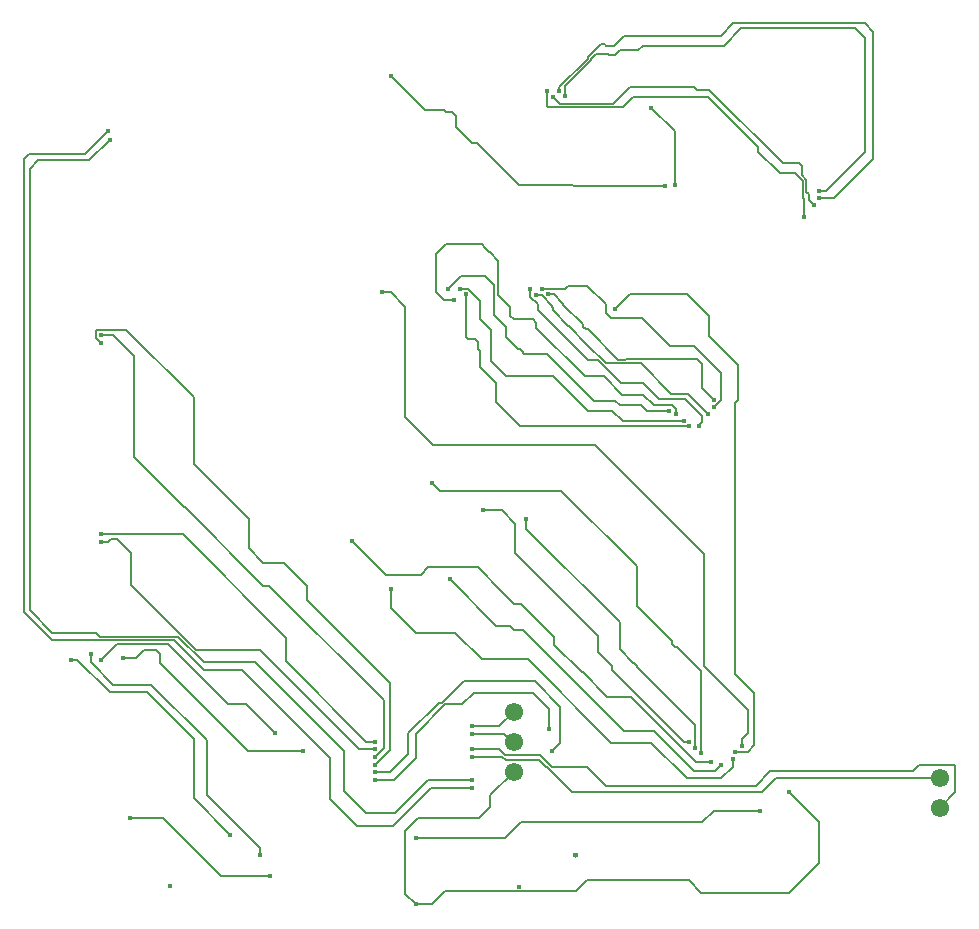
<source format=gbr>
G04*
G04 #@! TF.GenerationSoftware,Altium Limited,Altium Designer,24.2.2 (26)*
G04*
G04 Layer_Physical_Order=3*
G04 Layer_Color=16440176*
%FSLAX25Y25*%
%MOIN*%
G70*
G04*
G04 #@! TF.SameCoordinates,83FD6BF8-7FB9-4712-9294-79CC625926FD*
G04*
G04*
G04 #@! TF.FilePolarity,Positive*
G04*
G01*
G75*
%ADD11C,0.00600*%
%ADD144C,0.00500*%
%ADD148C,0.01500*%
%ADD151C,0.00550*%
%ADD157C,0.06102*%
%ADD165C,0.01600*%
D11*
X274267Y-279450D02*
X278964Y-284147D01*
X247866Y-247865D02*
X274267Y-274267D01*
Y-279450D02*
Y-274267D01*
X246915Y-246928D02*
Y-246915D01*
X246717Y-246716D02*
X246915Y-246915D01*
X246717Y-246716D02*
Y-236784D01*
X246915Y-246928D02*
X247853Y-247865D01*
X247866D01*
X162693Y-257440D02*
X164762D01*
X202946Y-311618D02*
Y-295625D01*
X164762Y-257440D02*
X202946Y-295625D01*
X246324Y-272263D02*
X249314D01*
X240454Y-270866D02*
X245036D01*
X253192Y-276142D02*
X253387D01*
X283146Y-305901D01*
X245387Y-271326D02*
X246324Y-272263D01*
X245036Y-270866D02*
X245387Y-271218D01*
X249314Y-272263D02*
X253192Y-276142D01*
X283146Y-305901D02*
X292948D01*
X245387Y-271326D02*
Y-271218D01*
X246377Y-263669D02*
X248667D01*
X268939Y-286410D02*
X269313D01*
X277392Y-294488D01*
X259671Y-277142D02*
X268939Y-286410D01*
X259671Y-277142D02*
Y-274673D01*
X248667Y-263669D02*
X259671Y-274673D01*
X234321Y-251418D02*
X242458Y-259555D01*
Y-259750D02*
Y-259555D01*
Y-259750D02*
X246377Y-263669D01*
X277392Y-294488D02*
X285205D01*
X217601Y-251418D02*
X234321D01*
X287393Y-284592D02*
X306619Y-303819D01*
X286455Y-283210D02*
X287393Y-284147D01*
X286010Y-283210D02*
X286455D01*
X306619Y-311649D02*
Y-303819D01*
X287393Y-284592D02*
Y-284147D01*
X281543Y-278743D02*
X286010Y-283210D01*
X281543Y-278743D02*
Y-269692D01*
X236009Y-232320D02*
X242253D01*
X246717Y-236784D01*
X278964Y-285630D02*
X303040Y-309707D01*
X278964Y-285630D02*
Y-284147D01*
X303040Y-309707D02*
X304749D01*
X299845Y-277785D02*
X300651D01*
X298907Y-276848D02*
X299845Y-277785D01*
X300651D02*
X308704Y-285838D01*
X287205Y-264339D02*
Y-253999D01*
X287184Y-252652D02*
X287205Y-252631D01*
Y-264339D02*
X298907Y-276042D01*
Y-276848D02*
Y-276042D01*
X308704Y-313179D02*
Y-285838D01*
X287205Y-252631D02*
Y-251021D01*
X287184Y-253978D02*
X287205Y-253999D01*
X287184Y-253978D02*
Y-252652D01*
X273317Y-210630D02*
X309712Y-247024D01*
Y-284363D02*
X324317Y-298969D01*
X309712Y-284363D02*
Y-247024D01*
X320008Y-286823D02*
Y-196532D01*
X320866Y-195675D01*
X320008Y-286823D02*
X326378Y-293192D01*
X320866Y-195675D02*
Y-183791D01*
X311398Y-174323D02*
X320866Y-183791D01*
X269264Y-171127D02*
X270201Y-172064D01*
X270907D01*
X262770Y-163927D02*
X269264Y-170421D01*
X281061Y-182218D02*
X283269D01*
X270907Y-172064D02*
X281061Y-182218D01*
X269264Y-171127D02*
Y-170421D01*
X262770Y-163927D02*
Y-163432D01*
X259705Y-160367D02*
X262770Y-163432D01*
X259191Y-165760D02*
X264440Y-171009D01*
X264671D01*
X270797Y-177135D01*
Y-177192D02*
Y-177135D01*
Y-177192D02*
X276923Y-183318D01*
X288537D01*
X249302Y-179853D02*
X249654Y-180205D01*
X257288D01*
X243570Y-174433D02*
X247742Y-178605D01*
X248365D02*
X249302Y-179542D01*
X247742Y-178605D02*
X248365D01*
X243570Y-174433D02*
Y-171296D01*
X249302Y-179853D02*
Y-179542D01*
X230273Y-174520D02*
X231118Y-175365D01*
X233242D01*
X234179Y-178565D02*
Y-176302D01*
Y-178565D02*
X234937Y-179323D01*
X233242Y-175365D02*
X234179Y-176302D01*
X230273Y-174520D02*
Y-160291D01*
X234937Y-184649D02*
Y-179323D01*
X259047Y-164467D02*
Y-164119D01*
Y-164467D02*
X259191Y-164611D01*
Y-165760D02*
Y-164611D01*
X255533Y-160604D02*
X259047Y-164119D01*
X253818Y-160604D02*
X255533D01*
X251792Y-161123D02*
Y-158682D01*
Y-161123D02*
X254343Y-163674D01*
Y-165608D02*
Y-163674D01*
Y-165608D02*
X270953Y-182218D01*
X239501Y-167226D02*
Y-157189D01*
X236599Y-154287D02*
X239501Y-157189D01*
Y-167226D02*
X243570Y-171296D01*
X271970Y-82053D02*
X273826Y-80197D01*
X271970Y-82280D02*
Y-82053D01*
X263290Y-90960D02*
X271970Y-82280D01*
X273826Y-80197D02*
X277573D01*
X263290Y-94367D02*
Y-90960D01*
X226908Y-104594D02*
Y-100908D01*
X225581Y-99581D02*
X226908Y-100908D01*
X223111Y-99014D02*
X223678Y-99581D01*
X233991Y-109894D02*
X247872Y-123775D01*
X232208Y-109894D02*
X233991D01*
X226908Y-104594D02*
X232208Y-109894D01*
X247872Y-123775D02*
X265615D01*
X216512Y-99014D02*
X223111D01*
X223678Y-99581D02*
X225581D01*
X238303Y-146425D02*
X240980Y-149102D01*
X238036Y-146425D02*
X238303D01*
X223622Y-143701D02*
X235556D01*
X236703Y-144848D01*
Y-145092D02*
X238036Y-146425D01*
X240980Y-160440D02*
Y-149102D01*
X236703Y-145092D02*
Y-144848D01*
X232485Y-306914D02*
X242895D01*
X245568Y-309586D02*
X246193D01*
X242895Y-306914D02*
X245568Y-309586D01*
X232496Y-304344D02*
X241436D01*
X246193Y-299586D01*
X309063Y-336408D02*
X313016Y-332455D01*
X328230D01*
X248515Y-336408D02*
X309063D01*
X243436Y-341488D02*
X248515Y-336408D01*
X213563Y-341488D02*
X243436D01*
X193903Y-337591D02*
X206015D01*
X185001Y-328690D02*
X193903Y-337591D01*
X206015D02*
X218791Y-324816D01*
X84646Y-113566D02*
X103413D01*
X111106Y-105873D01*
X83071Y-115141D02*
X84646Y-113566D01*
X83071Y-266142D02*
Y-115141D01*
Y-266142D02*
X92493Y-275563D01*
X133157D01*
X143026Y-285433D01*
X155670D01*
X185001Y-314764D01*
Y-328690D02*
Y-314764D01*
X218791Y-324816D02*
X232496D01*
X111103Y-243017D02*
X112059Y-242060D01*
X108785Y-243017D02*
X111103D01*
X112059Y-242060D02*
X114106D01*
X118783Y-246737D01*
Y-257321D02*
Y-246737D01*
Y-257321D02*
X140308Y-278847D01*
X161602D01*
X194798Y-312043D01*
X199962D01*
X108627Y-240311D02*
X135899D01*
X170385Y-274798D01*
Y-282760D02*
Y-274798D01*
Y-282760D02*
X197109Y-309484D01*
X199962D01*
X107027Y-174903D02*
Y-172248D01*
Y-174903D02*
X108785Y-176661D01*
X107027Y-172248D02*
X107076Y-172199D01*
X117133D01*
X139645Y-194711D01*
Y-216869D02*
Y-194711D01*
Y-216869D02*
X157914Y-235137D01*
Y-245046D02*
Y-235137D01*
Y-245046D02*
X162779Y-249911D01*
X169625D01*
X177284Y-257570D01*
Y-262132D02*
Y-257570D01*
X204967Y-312156D02*
Y-289814D01*
X177284Y-262132D02*
X204967Y-289814D01*
X199962Y-317161D02*
X204967Y-312156D01*
X108627Y-173905D02*
X112646D01*
X119658Y-180918D01*
Y-214538D02*
Y-180918D01*
X136440Y-231320D02*
X136574D01*
X162693Y-257440D01*
X119658Y-214538D02*
X136440Y-231320D01*
X199962Y-314602D02*
X202946Y-311618D01*
X266225Y-124385D02*
X296750D01*
X265615Y-123775D02*
X266225Y-124385D01*
X240980Y-160440D02*
X245036Y-164496D01*
X270087Y-187698D02*
X276360D01*
X253818Y-171430D02*
X270087Y-187698D01*
X253818Y-171430D02*
Y-169805D01*
X246215Y-168626D02*
X252639D01*
X245036Y-167447D02*
X246215Y-168626D01*
X252639D02*
X253818Y-169805D01*
X245036Y-167447D02*
Y-164496D01*
X280156Y-195972D02*
X281543Y-197360D01*
X273056Y-195972D02*
X280156D01*
X257288Y-180205D02*
X273056Y-195972D01*
X290521Y-199231D02*
X297910D01*
X288649Y-197360D02*
X290521Y-199231D01*
X281543Y-197360D02*
X288649D01*
X292885D02*
X299077D01*
X289294Y-193768D02*
X292885Y-197360D01*
X282429Y-193768D02*
X289294D01*
X276360Y-187698D02*
X282429Y-193768D01*
X289308Y-189894D02*
X294669Y-195256D01*
X274267Y-182218D02*
X281944Y-189894D01*
X270953Y-182218D02*
X274267D01*
X281944Y-189894D02*
X289308D01*
X298655Y-193436D02*
X304317D01*
X288537Y-183318D02*
X298655Y-193436D01*
X282594Y-202737D02*
X303013D01*
X270864Y-199231D02*
X279088D01*
X282594Y-202737D01*
X259191Y-187559D02*
X270864Y-199231D01*
X243570Y-187559D02*
X259191D01*
X238514Y-182502D02*
Y-172335D01*
Y-182502D02*
X243570Y-187559D01*
X234937Y-168759D02*
X238514Y-172335D01*
X228355Y-158606D02*
X230851D01*
X234937Y-162692D01*
Y-168759D02*
Y-162692D01*
X248395Y-204337D02*
X304710D01*
X240379Y-196321D02*
X248395Y-204337D01*
X240379Y-196321D02*
Y-190091D01*
X234937Y-184649D02*
X240379Y-190091D01*
X205222Y-159763D02*
X209916Y-164457D01*
X219421Y-210630D02*
X273317D01*
X209916Y-201125D02*
X219421Y-210630D01*
X209916Y-201125D02*
Y-164457D01*
X283269Y-182218D02*
X283598Y-181890D01*
X307480D01*
X257705Y-160367D02*
X259705D01*
X298307Y-177722D02*
X306462D01*
X255786Y-158682D02*
X263197D01*
X288938Y-168353D02*
X298307Y-177722D01*
X278606Y-168353D02*
X288938D01*
X276866Y-166613D02*
Y-163674D01*
Y-166613D02*
X278606Y-168353D01*
X270639Y-157447D02*
X276866Y-163674D01*
X264432Y-157447D02*
X270639D01*
X263197Y-158682D02*
X264432Y-157447D01*
X306462Y-177722D02*
X315354Y-186614D01*
X304064Y-160291D02*
X311398Y-167625D01*
X285064Y-160291D02*
X304064D01*
X311398Y-174323D02*
Y-167625D01*
X280156Y-165199D02*
X285064Y-160291D01*
X289184Y-77479D02*
X316326D01*
X348141Y-125862D02*
X350353D01*
X363264Y-112950D02*
Y-74803D01*
X350353Y-125862D02*
X363264Y-112950D01*
X360115Y-71653D02*
X363264Y-74803D01*
X322152Y-71653D02*
X360115D01*
X316326Y-77479D02*
X322152Y-71653D01*
X283029Y-74098D02*
X315199D01*
X348128Y-128335D02*
X353102D01*
X366142Y-115296D01*
Y-72835D01*
X363264Y-69957D02*
X366142Y-72835D01*
X319339Y-69957D02*
X363264D01*
X315199Y-74098D02*
X319339Y-69957D01*
X311377Y-92131D02*
X335868Y-116622D01*
X279422Y-96836D02*
X285132Y-91126D01*
X335868Y-116622D02*
X341318D01*
X307480Y-92131D02*
X311377D01*
X306476Y-91126D02*
X307480Y-92131D01*
X285132Y-91126D02*
X306476D01*
X342255Y-120685D02*
X343704Y-122134D01*
X342255Y-120685D02*
Y-117559D01*
X343704Y-126158D02*
Y-122134D01*
Y-126158D02*
X344581Y-127035D01*
Y-129009D02*
Y-127035D01*
X341318Y-116622D02*
X342255Y-117559D01*
X310975Y-94649D02*
X327634Y-111308D01*
Y-112811D02*
Y-111308D01*
X285895Y-94649D02*
X310975D01*
X327634Y-112811D02*
X334521Y-119699D01*
X334945D01*
X335073Y-119827D01*
X339842D01*
X342604Y-128335D02*
Y-122590D01*
X339842Y-119827D02*
X342604Y-122590D01*
X282580Y-97964D02*
X285895Y-94649D01*
X257730Y-97964D02*
X282580D01*
X257378Y-97613D02*
Y-92681D01*
Y-97613D02*
X257730Y-97964D01*
X281671Y-79079D02*
X287584D01*
X277573Y-80197D02*
X278055Y-80679D01*
X287584Y-79079D02*
X289184Y-77479D01*
X280071Y-80679D02*
X281671Y-79079D01*
X278055Y-80679D02*
X280071D01*
X276576Y-76997D02*
X277058Y-77479D01*
X261491Y-91203D02*
X270870Y-81824D01*
Y-81378D02*
X275251Y-76997D01*
X270870Y-81824D02*
Y-81378D01*
X275251Y-76997D02*
X276576D01*
X261491Y-92563D02*
Y-91203D01*
X261372Y-92681D02*
X261491Y-92563D01*
X277058Y-77479D02*
X279647D01*
X283029Y-74098D01*
X205174Y-87675D02*
X216512Y-99014D01*
X250375Y-238524D02*
Y-235379D01*
Y-238524D02*
X281543Y-269692D01*
X221693Y-225941D02*
X262125D01*
X219109Y-223357D02*
X221693Y-225941D01*
X262125D02*
X287205Y-251021D01*
X192373Y-242462D02*
X203731Y-253820D01*
X215199D02*
X217601Y-251418D01*
X203731Y-253820D02*
X215199D01*
X285205Y-294488D02*
X307090Y-316373D01*
X312147D01*
X224954Y-255366D02*
X240454Y-270866D01*
X292948Y-305901D02*
X306385Y-319338D01*
X313316D01*
X315493Y-317161D01*
X205407Y-264890D02*
X213718Y-273201D01*
X205407Y-264890D02*
Y-258437D01*
X213718Y-273201D02*
X226679D01*
X235525Y-282047D01*
X250894D01*
X278643Y-309796D01*
X292086D01*
X303993Y-321703D01*
X315493D01*
X319300Y-317896D01*
Y-315280D01*
X202346Y-159763D02*
X205222D01*
X324317Y-306683D02*
Y-298969D01*
X322376Y-308624D02*
X324317Y-306683D01*
X322376Y-310958D02*
Y-308624D01*
X326378Y-310740D02*
Y-293192D01*
X324317Y-312801D02*
X326378Y-310740D01*
X320008Y-312801D02*
X324317D01*
X304710Y-204337D02*
X304784Y-204262D01*
X223055Y-162182D02*
X226386D01*
X220335Y-159462D02*
X223055Y-162182D01*
X220335Y-159462D02*
Y-146988D01*
X223622Y-143701D01*
X299077Y-197360D02*
X300196Y-198478D01*
Y-200223D02*
Y-198478D01*
X294669Y-195256D02*
X303330D01*
X309055Y-200981D01*
X228679Y-154287D02*
X236599D01*
X224361Y-158606D02*
X228679Y-154287D01*
X307934Y-203995D02*
X309055Y-202874D01*
Y-200981D01*
X307934Y-204262D02*
Y-203995D01*
X304317Y-193436D02*
X311104Y-200223D01*
X313065Y-197964D02*
X315354Y-195675D01*
Y-186614D01*
X309055Y-191468D02*
Y-183465D01*
Y-191468D02*
X313078Y-195491D01*
X307480Y-181890D02*
X309055Y-183465D01*
X342997Y-134634D02*
Y-128728D01*
X342604Y-128335D02*
X342997Y-128728D01*
X259404Y-94604D02*
X261636Y-96836D01*
X279422D01*
X344581Y-129009D02*
X346167Y-130594D01*
X292095Y-98146D02*
X299858Y-105909D01*
Y-123808D02*
Y-105909D01*
D144*
X210152Y-360189D02*
X213718Y-363755D01*
X210152Y-360189D02*
Y-339307D01*
X214372Y-335087D01*
X234612D01*
X238428Y-331271D01*
Y-327352D01*
X246193Y-319586D01*
X348033Y-349821D02*
Y-336408D01*
X337936Y-326311D02*
X348033Y-336408D01*
X338071Y-359783D02*
X348033Y-349821D01*
X308611Y-359783D02*
X338071D01*
X270745Y-355763D02*
X304591D01*
X308611Y-359783D01*
X267109Y-359400D02*
X270745Y-355763D01*
X238474Y-359400D02*
X267109D01*
X238428Y-359353D02*
X238474Y-359400D01*
X223335Y-359353D02*
X238428D01*
X213718Y-363755D02*
X218933D01*
X223335Y-359353D01*
X118318Y-334944D02*
X129429D01*
X118267Y-334893D02*
X118318Y-334944D01*
X129429D02*
X148792Y-354306D01*
X164966D01*
D148*
X266752Y-347308D02*
G03*
X266937Y-347232I0J261D01*
G01*
D151*
X131744Y-357720D02*
G03*
X131548Y-357247I-668J0D01*
G01*
X265825Y-326311D02*
X328868D01*
X232496Y-314580D02*
X242406D01*
X256939Y-317896D02*
X257410D01*
X265825Y-326311D01*
X243586Y-315760D02*
X254803D01*
X242406Y-314580D02*
X243586Y-315760D01*
X254803D02*
X256939Y-317896D01*
X276990Y-324200D02*
X326859D01*
X232485Y-312032D02*
X241343D01*
X258895Y-317896D02*
X270686D01*
X276990Y-324200D01*
X254996Y-313997D02*
X258895Y-317896D01*
X243308Y-313997D02*
X254996D01*
X241343Y-312032D02*
X243308Y-313997D01*
X223355Y-297093D02*
X229116D01*
X233017Y-293192D01*
X252766D01*
X258071Y-298497D01*
Y-305282D02*
Y-298497D01*
X261819Y-309953D02*
Y-297842D01*
X222428Y-296535D02*
X229678Y-289286D01*
X211110Y-306758D02*
X221332Y-296535D01*
X253262Y-289286D02*
X261819Y-297842D01*
X229678Y-289286D02*
X253262D01*
X221332Y-296535D02*
X222428D01*
X217743Y-322268D02*
X232485D01*
X206618Y-333394D02*
X217743Y-322268D01*
X197109Y-333394D02*
X206618D01*
X189655Y-325940D02*
X197109Y-333394D01*
X189655Y-325940D02*
Y-312576D01*
X160131Y-283052D02*
X189655Y-312576D01*
X142888Y-283052D02*
X160131D01*
X134324Y-274488D02*
X142888Y-283052D01*
X108204Y-274488D02*
X134324D01*
X106917Y-273201D02*
X108204Y-274488D01*
X92493Y-273201D02*
X106917D01*
X85039Y-265748D02*
X92493Y-273201D01*
X85039Y-265748D02*
Y-118504D01*
X87788Y-115755D01*
X104770D01*
X111761Y-108764D01*
X259119Y-312652D02*
X261819Y-309953D01*
X211110Y-313516D02*
Y-306758D01*
X204906Y-319720D02*
X211110Y-313516D01*
X199962Y-319720D02*
X204906D01*
X206166Y-322279D02*
X213524Y-314921D01*
X199962Y-322279D02*
X206166D01*
X213524Y-314921D02*
Y-306925D01*
X223355Y-297093D01*
X393307Y-326378D02*
Y-317483D01*
X388189Y-331496D02*
X393307Y-326378D01*
X392985Y-317161D02*
X393307Y-317483D01*
X381496Y-317161D02*
X392985D01*
X379318Y-319338D02*
X381496Y-317161D01*
X331721Y-319338D02*
X379318D01*
X326859Y-324200D02*
X331721Y-319338D01*
X328868Y-326311D02*
X333682Y-321496D01*
X388189D01*
X161648Y-347208D02*
Y-345070D01*
X143842Y-327263D02*
X161648Y-345070D01*
X143842Y-327263D02*
Y-308945D01*
X112654Y-290547D02*
X125444D01*
X143842Y-308945D01*
X105166Y-283058D02*
X112654Y-290547D01*
X105166Y-283058D02*
Y-280215D01*
X139514Y-328324D02*
Y-308733D01*
Y-328324D02*
X151714Y-340525D01*
X123851Y-293071D02*
X139514Y-308733D01*
X111608Y-293071D02*
X123851D01*
X100771Y-282235D02*
X111608Y-293071D01*
X98787Y-282235D02*
X100771D01*
X122960Y-278847D02*
X126957D01*
X128331Y-280220D01*
X115944Y-281581D02*
X120225D01*
X122960Y-278847D01*
X128331Y-283255D02*
Y-280220D01*
Y-283255D02*
X157649Y-312574D01*
X176040D01*
X156930Y-297093D02*
X166577Y-306741D01*
X150988Y-297093D02*
X156930D01*
X130942Y-277048D02*
X150988Y-297093D01*
X113861Y-277048D02*
X130942D01*
X108785Y-282123D02*
X113861Y-277048D01*
X247967Y-357808D02*
X248008Y-357850D01*
D157*
X246193Y-319586D02*
D03*
Y-309586D02*
D03*
Y-299586D02*
D03*
X388189Y-321496D02*
D03*
Y-331496D02*
D03*
D165*
X213563Y-341488D02*
D03*
X108785Y-176661D02*
D03*
X108627Y-173905D02*
D03*
X108785Y-243017D02*
D03*
X108627Y-240311D02*
D03*
X111106Y-105873D02*
D03*
X111761Y-108764D02*
D03*
X226386Y-162182D02*
D03*
X192373Y-242462D02*
D03*
X250375Y-235379D02*
D03*
X219109Y-223357D02*
D03*
X292095Y-98146D02*
D03*
X202346Y-159763D02*
D03*
X205174Y-87675D02*
D03*
X280156Y-165199D02*
D03*
X224954Y-255366D02*
D03*
X205407Y-258437D02*
D03*
X236009Y-232320D02*
D03*
X259119Y-312652D02*
D03*
X258071Y-305282D02*
D03*
X232496Y-324816D02*
D03*
X232485Y-322268D02*
D03*
X232496Y-314580D02*
D03*
X232485Y-312032D02*
D03*
Y-306914D02*
D03*
X232496Y-304344D02*
D03*
X199962Y-319720D02*
D03*
Y-322279D02*
D03*
Y-312043D02*
D03*
Y-314602D02*
D03*
Y-317161D02*
D03*
Y-309484D02*
D03*
X304749Y-309707D02*
D03*
X306619Y-311649D02*
D03*
X308704Y-313179D02*
D03*
X315493Y-317161D02*
D03*
X312147Y-316373D02*
D03*
X319300Y-315280D02*
D03*
X322376Y-310958D02*
D03*
X320008Y-312801D02*
D03*
X307934Y-204262D02*
D03*
X304784D02*
D03*
X303013Y-202737D02*
D03*
X311104Y-200223D02*
D03*
X313065Y-197964D02*
D03*
X313078Y-195491D02*
D03*
X300196Y-200223D02*
D03*
X297910Y-199231D02*
D03*
X348141Y-125862D02*
D03*
X348128Y-128335D02*
D03*
X346167Y-130594D02*
D03*
X342997Y-134634D02*
D03*
X299858Y-123808D02*
D03*
X296750Y-124385D02*
D03*
X257378Y-92681D02*
D03*
X259404Y-94604D02*
D03*
X261372Y-92681D02*
D03*
X263290Y-94367D02*
D03*
X251792Y-158682D02*
D03*
X253818Y-160604D02*
D03*
X255786Y-158682D02*
D03*
X257705Y-160367D02*
D03*
X230273Y-160291D02*
D03*
X228355Y-158606D02*
D03*
X224361D02*
D03*
X161648Y-347208D02*
D03*
X131744Y-357720D02*
D03*
X98787Y-282235D02*
D03*
X151714Y-340525D02*
D03*
X176040Y-312574D02*
D03*
X166577Y-306741D02*
D03*
X118267Y-334893D02*
D03*
X108785Y-282123D02*
D03*
X115944Y-281581D02*
D03*
X105166Y-280215D02*
D03*
X337936Y-326311D02*
D03*
X248008Y-357850D02*
D03*
X328230Y-332455D02*
D03*
X266752Y-347308D02*
D03*
X213718Y-363755D02*
D03*
X164966Y-354306D02*
D03*
M02*

</source>
